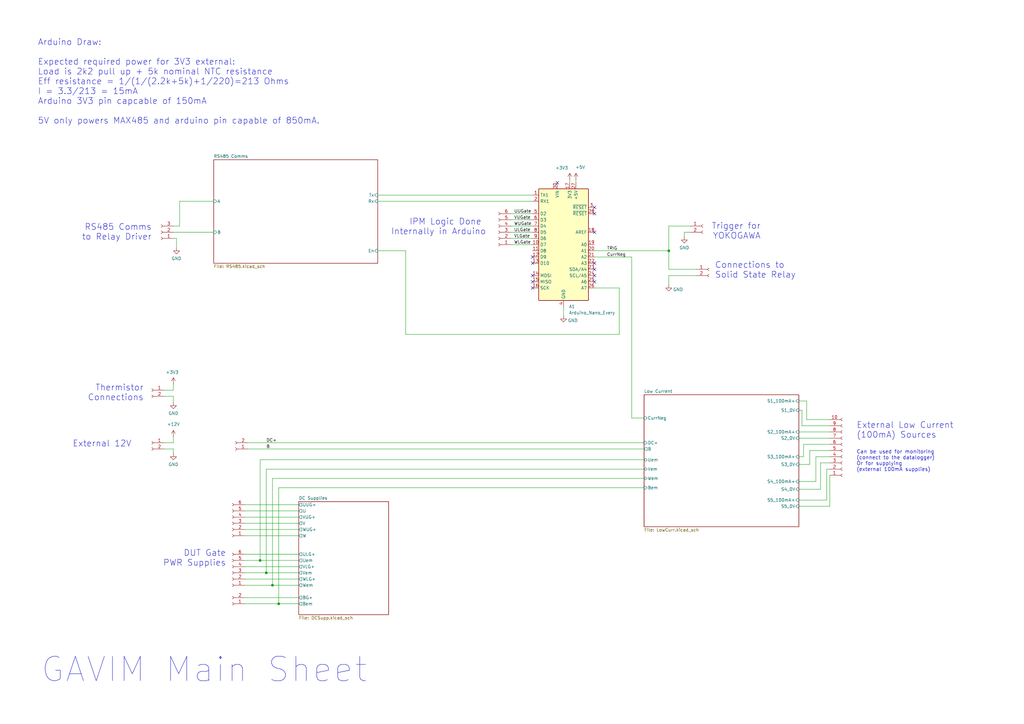
<source format=kicad_sch>
(kicad_sch (version 20231120) (generator "eeschema") (generator_version "8.0")
  (paper "A3")
  (title_block (title "GAVIM V4 TEST 137") (date "2024-06-25") (rev "00.00") (company "Nidec Drives"))
  (lib_symbols
    (symbol "Connector:Conn_01x02_Socket" (pin_names (offset 1.016) hide)
      (property "Reference" "J" (at 0 2.54 0))
      (property "Value" "Conn_01x02_Socket" (at 0 -5.08 0))
      (symbol "Conn_01x02_Socket_1_1"
        (arc (start 0 -2.032) (mid -0.5058 -2.54) (end 0 -3.048) (stroke (width 0.1524)))
        (polyline (pts (xy -1.27 -2.54) (xy -0.508 -2.54)) (stroke (width 0.1524)))
        (polyline (pts (xy -1.27 0) (xy -0.508 0)) (stroke (width 0.1524)))
        (arc (start 0 0.508) (mid -0.5058 0) (end 0 -0.508) (stroke (width 0.1524)))
        (pin passive line (at -5.08 0 0) (length 3.81) (name "Pin_1") (number "1"))
        (pin passive line (at -5.08 -2.54 0) (length 3.81) (name "Pin_2") (number "2"))
      )
    )
    (symbol "Connector:Conn_01x03_Socket" (pin_names (offset 1.016) hide)
      (property "Reference" "J" (at 0 5.08 0))
      (property "Value" "Conn_01x03_Socket" (at 0 -5.08 0))
      (symbol "Conn_01x03_Socket_1_1"
        (arc (start 0 -2.032) (mid -0.5058 -2.54) (end 0 -3.048) (stroke (width 0.1524)))
        (polyline (pts (xy -1.27 -2.54) (xy -0.508 -2.54)) (stroke (width 0.1524)))
        (polyline (pts (xy -1.27 0) (xy -0.508 0)) (stroke (width 0.1524)))
        (polyline (pts (xy -1.27 2.54) (xy -0.508 2.54)) (stroke (width 0.1524)))
        (arc (start 0 0.508) (mid -0.5058 0) (end 0 -0.508) (stroke (width 0.1524)))
        (arc (start 0 3.048) (mid -0.5058 2.54) (end 0 2.032) (stroke (width 0.1524)))
        (pin passive line (at -5.08 2.54 0) (length 3.81) (name "Pin_1") (number "1"))
        (pin passive line (at -5.08 0 0) (length 3.81) (name "Pin_2") (number "2"))
        (pin passive line (at -5.08 -2.54 0) (length 3.81) (name "Pin_3") (number "3"))
      )
    )
    (symbol "Connector:Conn_01x06_Socket" (pin_names (offset 1.016) hide)
      (property "Reference" "J" (at 0 7.62 0))
      (property "Value" "Conn_01x06_Socket" (at 0 -10.16 0))
      (symbol "Conn_01x06_Socket_1_1"
        (arc (start 0 -7.112) (mid -0.5058 -7.62) (end 0 -8.128) (stroke (width 0.1524)))
        (arc (start 0 -4.572) (mid -0.5058 -5.08) (end 0 -5.588) (stroke (width 0.1524)))
        (arc (start 0 -2.032) (mid -0.5058 -2.54) (end 0 -3.048) (stroke (width 0.1524)))
        (polyline (pts (xy -1.27 -7.62) (xy -0.508 -7.62)) (stroke (width 0.1524)))
        (polyline (pts (xy -1.27 -5.08) (xy -0.508 -5.08)) (stroke (width 0.1524)))
        (polyline (pts (xy -1.27 -2.54) (xy -0.508 -2.54)) (stroke (width 0.1524)))
        (polyline (pts (xy -1.27 0) (xy -0.508 0)) (stroke (width 0.1524)))
        (polyline (pts (xy -1.27 2.54) (xy -0.508 2.54)) (stroke (width 0.1524)))
        (polyline (pts (xy -1.27 5.08) (xy -0.508 5.08)) (stroke (width 0.1524)))
        (arc (start 0 0.508) (mid -0.5058 0) (end 0 -0.508) (stroke (width 0.1524)))
        (arc (start 0 3.048) (mid -0.5058 2.54) (end 0 2.032) (stroke (width 0.1524)))
        (arc (start 0 5.588) (mid -0.5058 5.08) (end 0 4.572) (stroke (width 0.1524)))
        (pin passive line (at -5.08 5.08 0) (length 3.81) (name "Pin_1") (number "1"))
        (pin passive line (at -5.08 2.54 0) (length 3.81) (name "Pin_2") (number "2"))
        (pin passive line (at -5.08 0 0) (length 3.81) (name "Pin_3") (number "3"))
        (pin passive line (at -5.08 -2.54 0) (length 3.81) (name "Pin_4") (number "4"))
        (pin passive line (at -5.08 -5.08 0) (length 3.81) (name "Pin_5") (number "5"))
        (pin passive line (at -5.08 -7.62 0) (length 3.81) (name "Pin_6") (number "6"))
      )
    )
    (symbol "Connector:Conn_01x10_Socket" (pin_names (offset 1.016) hide)
      (property "Reference" "J" (at 0 12.7 0))
      (property "Value" "Conn_01x10_Socket" (at 0 -15.24 0))
      (symbol "Conn_01x10_Socket_1_1"
        (arc (start 0 -12.192) (mid -0.5058 -12.7) (end 0 -13.208) (stroke (width 0.1524)))
        (arc (start 0 -9.652) (mid -0.5058 -10.16) (end 0 -10.668) (stroke (width 0.1524)))
        (arc (start 0 -7.112) (mid -0.5058 -7.62) (end 0 -8.128) (stroke (width 0.1524)))
        (arc (start 0 -4.572) (mid -0.5058 -5.08) (end 0 -5.588) (stroke (width 0.1524)))
        (arc (start 0 -2.032) (mid -0.5058 -2.54) (end 0 -3.048) (stroke (width 0.1524)))
        (polyline (pts (xy -1.27 -12.7) (xy -0.508 -12.7)) (stroke (width 0.1524)))
        (polyline (pts (xy -1.27 -10.16) (xy -0.508 -10.16)) (stroke (width 0.1524)))
        (polyline (pts (xy -1.27 -7.62) (xy -0.508 -7.62)) (stroke (width 0.1524)))
        (polyline (pts (xy -1.27 -5.08) (xy -0.508 -5.08)) (stroke (width 0.1524)))
        (polyline (pts (xy -1.27 -2.54) (xy -0.508 -2.54)) (stroke (width 0.1524)))
        (polyline (pts (xy -1.27 0) (xy -0.508 0)) (stroke (width 0.1524)))
        (polyline (pts (xy -1.27 2.54) (xy -0.508 2.54)) (stroke (width 0.1524)))
        (polyline (pts (xy -1.27 5.08) (xy -0.508 5.08)) (stroke (width 0.1524)))
        (polyline (pts (xy -1.27 7.62) (xy -0.508 7.62)) (stroke (width 0.1524)))
        (polyline (pts (xy -1.27 10.16) (xy -0.508 10.16)) (stroke (width 0.1524)))
        (arc (start 0 0.508) (mid -0.5058 0) (end 0 -0.508) (stroke (width 0.1524)))
        (arc (start 0 3.048) (mid -0.5058 2.54) (end 0 2.032) (stroke (width 0.1524)))
        (arc (start 0 5.588) (mid -0.5058 5.08) (end 0 4.572) (stroke (width 0.1524)))
        (arc (start 0 8.128) (mid -0.5058 7.62) (end 0 7.112) (stroke (width 0.1524)))
        (arc (start 0 10.668) (mid -0.5058 10.16) (end 0 9.652) (stroke (width 0.1524)))
        (pin passive line (at -5.08 10.16 0) (length 3.81) (name "Pin_1") (number "1"))
        (pin passive line (at -5.08 -12.7 0) (length 3.81) (name "Pin_10") (number "10"))
        (pin passive line (at -5.08 7.62 0) (length 3.81) (name "Pin_2") (number "2"))
        (pin passive line (at -5.08 5.08 0) (length 3.81) (name "Pin_3") (number "3"))
        (pin passive line (at -5.08 2.54 0) (length 3.81) (name "Pin_4") (number "4"))
        (pin passive line (at -5.08 0 0) (length 3.81) (name "Pin_5") (number "5"))
        (pin passive line (at -5.08 -2.54 0) (length 3.81) (name "Pin_6") (number "6"))
        (pin passive line (at -5.08 -5.08 0) (length 3.81) (name "Pin_7") (number "7"))
        (pin passive line (at -5.08 -7.62 0) (length 3.81) (name "Pin_8") (number "8"))
        (pin passive line (at -5.08 -10.16 0) (length 3.81) (name "Pin_9") (number "9"))
      )
    )
    (symbol "MCU_Module:Arduino_Nano_Every"
      (property "Reference" "A" (at -10.16 23.495 0))
      (property "Value" "Arduino_Nano_Every" (at 5.08 -24.13 0))
      (symbol "Arduino_Nano_Every_0_1"
        (rectangle (start -10.16 22.86) (end 10.16 -22.86) (stroke (width 0.254)) (fill (type background)))
      )
      (symbol "Arduino_Nano_Every_1_1"
        (pin bidirectional line (at -12.7 20.32 0) (length 2.54) (name "TX1") (number "1"))
        (pin bidirectional line (at -12.7 0 0) (length 2.54) (name "D7") (number "10"))
        (pin bidirectional line (at -12.7 -2.54 0) (length 2.54) (name "D8") (number "11"))
        (pin bidirectional line (at -12.7 -5.08 0) (length 2.54) (name "D9") (number "12"))
        (pin bidirectional line (at -12.7 -7.62 0) (length 2.54) (name "D10") (number "13"))
        (pin bidirectional line (at -12.7 -12.7 0) (length 2.54) (name "MOSI") (number "14"))
        (pin bidirectional line (at -12.7 -15.24 0) (length 2.54) (name "MISO") (number "15"))
        (pin bidirectional line (at -12.7 -17.78 0) (length 2.54) (name "SCK") (number "16"))
        (pin power_out line (at 2.54 25.4 270) (length 2.54) (name "3V3") (number "17"))
        (pin input line (at 12.7 5.08 180) (length 2.54) (name "AREF") (number "18"))
        (pin bidirectional line (at 12.7 0 180) (length 2.54) (name "A0") (number "19"))
        (pin bidirectional line (at -12.7 17.78 0) (length 2.54) (name "RX1") (number "2"))
        (pin bidirectional line (at 12.7 -2.54 180) (length 2.54) (name "A1") (number "20"))
        (pin bidirectional line (at 12.7 -5.08 180) (length 2.54) (name "A2") (number "21"))
        (pin bidirectional line (at 12.7 -7.62 180) (length 2.54) (name "A3") (number "22"))
        (pin bidirectional line (at 12.7 -10.16 180) (length 2.54) (name "SDA/A4") (number "23"))
        (pin bidirectional line (at 12.7 -12.7 180) (length 2.54) (name "SCL/A5") (number "24"))
        (pin bidirectional line (at 12.7 -15.24 180) (length 2.54) (name "A6") (number "25"))
        (pin bidirectional line (at 12.7 -17.78 180) (length 2.54) (name "A7") (number "26"))
        (pin power_out line (at 5.08 25.4 270) (length 2.54) (name "+5V") (number "27"))
        (pin input line (at 12.7 12.7 180) (length 2.54) (name "~{RESET}") (number "28"))
        (pin passive line (at 0 -25.4 90) (length 2.54) hide (name "GND") (number "29"))
        (pin input line (at 12.7 15.24 180) (length 2.54) (name "~{RESET}") (number "3"))
        (pin power_in line (at -2.54 25.4 270) (length 2.54) (name "VIN") (number "30"))
        (pin power_in line (at 0 -25.4 90) (length 2.54) (name "GND") (number "4"))
        (pin bidirectional line (at -12.7 12.7 0) (length 2.54) (name "D2") (number "5"))
        (pin bidirectional line (at -12.7 10.16 0) (length 2.54) (name "D3") (number "6"))
        (pin bidirectional line (at -12.7 7.62 0) (length 2.54) (name "D4") (number "7"))
        (pin bidirectional line (at -12.7 5.08 0) (length 2.54) (name "D5") (number "8"))
        (pin bidirectional line (at -12.7 2.54 0) (length 2.54) (name "D6") (number "9"))
      )
    )
    (symbol "power:+12V" (power) (pin_numbers hide) (pin_names (offset 0) hide)
      (property "Value" "+12V" (at 0 3.556 0))
      (symbol "+12V_0_1"
        (polyline (pts (xy -0.762 1.27) (xy 0 2.54)))
        (polyline (pts (xy 0 0) (xy 0 2.54)))
        (polyline (pts (xy 0 2.54) (xy 0.762 1.27)))
      )
      (symbol "+12V_1_1"
        (pin power_in line (at 0 0 90) (length 0) (name "~") (number "1"))
      )
    )
    (symbol "power:+3V3" (power) (pin_numbers hide) (pin_names (offset 0) hide)
      (property "Value" "+3V3" (at 0 3.556 0))
      (symbol "+3V3_0_1"
        (polyline (pts (xy -0.762 1.27) (xy 0 2.54)))
        (polyline (pts (xy 0 0) (xy 0 2.54)))
        (polyline (pts (xy 0 2.54) (xy 0.762 1.27)))
      )
      (symbol "+3V3_1_1"
        (pin power_in line (at 0 0 90) (length 0) (name "~") (number "1"))
      )
    )
    (symbol "power:+5V" (power) (pin_numbers hide) (pin_names (offset 0) hide)
      (property "Value" "+5V" (at 0 3.556 0))
      (symbol "+5V_0_1"
        (polyline (pts (xy -0.762 1.27) (xy 0 2.54)))
        (polyline (pts (xy 0 0) (xy 0 2.54)))
        (polyline (pts (xy 0 2.54) (xy 0.762 1.27)))
      )
      (symbol "+5V_1_1"
        (pin power_in line (at 0 0 90) (length 0) (name "~") (number "1"))
      )
    )
    (symbol "power:GND" (power) (pin_names (offset 0))
      (property "Value" "GND" (at 0 -3.81 0))
      (symbol "GND_0_1"
        (polyline (pts (xy 0 0) (xy 0 -1.27) (xy 1.27 -1.27) (xy 0 -2.54) (xy -1.27 -1.27) (xy 0 -1.27)))
      )
      (symbol "GND_1_1"
        (pin power_in line (at 0 0 270) (length 0) hide (name "GND") (number "1"))
      )
    )
  )
  (junction (at 114.3 247.65))
  (junction (at 109.22 234.95))
  (junction (at 111.76 240.03))
  (junction (at 274.32 102.87))
  (junction (at 106.68 229.87))
  (no_connect (at 218.44 115.57))
  (no_connect (at 243.84 113.03))
  (no_connect (at 243.84 110.49))
  (no_connect (at 218.44 113.03))
  (no_connect (at 243.84 95.25))
  (no_connect (at 218.44 118.11))
  (no_connect (at 243.84 87.63))
  (no_connect (at 243.84 107.95))
  (no_connect (at 243.84 115.57))
  (no_connect (at 243.84 85.09))
  (no_connect (at 218.44 107.95))
  (no_connect (at 218.44 105.41))
  (no_connect (at 228.6 74.93))
  (wire (pts (xy 231.14 125.73) (xy 231.14 129.54)))
  (wire (pts (xy 111.76 196.215) (xy 111.76 240.03)))
  (wire (pts (xy 111.76 240.03) (xy 122.555 240.03)))
  (wire (pts (xy 332.105 190.5) (xy 327.66 190.5)))
  (wire (pts (xy 71.12 165.1) (xy 71.12 162.56)))
  (wire (pts (xy 100.33 237.49) (xy 122.555 237.49)))
  (wire (pts (xy 72.39 101.6) (xy 72.39 97.79)))
  (wire (pts (xy 71.12 184.15) (xy 67.31 184.15)))
  (wire (pts (xy 327.66 187.325) (xy 329.565 187.325)))
  (wire (pts (xy 340.36 189.865) (xy 336.55 189.865)))
  (wire (pts (xy 264.16 196.215) (xy 111.76 196.215)))
  (wire (pts (xy 100.33 207.01) (xy 122.555 207.01)))
  (wire (pts (xy 209.55 90.17) (xy 218.44 90.17)))
  (wire (pts (xy 73.66 92.71) (xy 71.12 92.71)))
  (wire (pts (xy 101.6 181.61) (xy 264.16 181.61)))
  (wire (pts (xy 114.3 247.65) (xy 122.555 247.65)))
  (wire (pts (xy 100.33 219.71) (xy 122.555 219.71)))
  (wire (pts (xy 328.93 174.625) (xy 340.36 174.625)))
  (wire (pts (xy 209.55 92.71) (xy 218.44 92.71)))
  (wire (pts (xy 259.08 171.45) (xy 264.16 171.45)))
  (wire (pts (xy 340.36 194.945) (xy 340.36 207.645)))
  (wire (pts (xy 71.12 95.25) (xy 87.63 95.25)))
  (wire (pts (xy 340.36 184.785) (xy 332.105 184.785)))
  (wire (pts (xy 71.12 179.07) (xy 71.12 181.61)))
  (wire (pts (xy 330.835 164.465) (xy 327.66 164.465)))
  (wire (pts (xy 209.55 100.33) (xy 218.44 100.33)))
  (wire (pts (xy 327.66 177.165) (xy 340.36 177.165)))
  (wire (pts (xy 100.33 229.87) (xy 106.68 229.87)))
  (wire (pts (xy 236.22 73.66) (xy 236.22 74.93)))
  (wire (pts (xy 243.84 105.41) (xy 259.08 105.41)))
  (wire (pts (xy 109.22 234.95) (xy 122.555 234.95)))
  (wire (pts (xy 329.565 182.245) (xy 340.36 182.245)))
  (wire (pts (xy 109.22 192.405) (xy 109.22 234.95)))
  (wire (pts (xy 101.6 184.15) (xy 264.16 184.15)))
  (wire (pts (xy 274.32 92.71) (xy 283.21 92.71)))
  (wire (pts (xy 67.31 181.61) (xy 71.12 181.61)))
  (wire (pts (xy 114.3 200.025) (xy 264.16 200.025)))
  (wire (pts (xy 274.32 113.03) (xy 285.75 113.03)))
  (wire (pts (xy 100.33 212.09) (xy 122.555 212.09)))
  (wire (pts (xy 67.31 160.02) (xy 71.12 160.02)))
  (wire (pts (xy 340.36 172.085) (xy 330.835 172.085)))
  (wire (pts (xy 280.67 97.155) (xy 280.67 95.25)))
  (wire (pts (xy 233.68 73.66) (xy 233.68 74.93)))
  (wire (pts (xy 330.835 172.085) (xy 330.835 164.465)))
  (wire (pts (xy 100.33 232.41) (xy 122.555 232.41)))
  (wire (pts (xy 334.645 187.325) (xy 334.645 197.485)))
  (wire (pts (xy 154.94 102.87) (xy 166.37 102.87)))
  (wire (pts (xy 327.66 179.705) (xy 340.36 179.705)))
  (wire (pts (xy 100.33 234.95) (xy 109.22 234.95)))
  (wire (pts (xy 71.12 157.48) (xy 71.12 160.02)))
  (wire (pts (xy 329.565 187.325) (xy 329.565 182.245)))
  (wire (pts (xy 254 137.16) (xy 166.37 137.16)))
  (wire (pts (xy 106.68 229.87) (xy 122.555 229.87)))
  (wire (pts (xy 114.3 200.025) (xy 114.3 247.65)))
  (wire (pts (xy 100.33 247.65) (xy 114.3 247.65)))
  (wire (pts (xy 332.105 184.785) (xy 332.105 190.5)))
  (wire (pts (xy 340.36 207.645) (xy 327.66 207.645)))
  (wire (pts (xy 274.32 110.49) (xy 285.75 110.49)))
  (wire (pts (xy 100.33 240.03) (xy 111.76 240.03)))
  (wire (pts (xy 100.33 214.63) (xy 122.555 214.63)))
  (wire (pts (xy 243.84 102.87) (xy 274.32 102.87)))
  (wire (pts (xy 154.94 82.55) (xy 218.44 82.55)))
  (wire (pts (xy 209.55 87.63) (xy 218.44 87.63)))
  (wire (pts (xy 254 118.11) (xy 254 137.16)))
  (wire (pts (xy 72.39 97.79) (xy 71.12 97.79)))
  (wire (pts (xy 280.67 95.25) (xy 283.21 95.25)))
  (wire (pts (xy 339.09 192.405) (xy 340.36 192.405)))
  (wire (pts (xy 259.08 105.41) (xy 259.08 171.45)))
  (wire (pts (xy 209.55 97.79) (xy 218.44 97.79)))
  (wire (pts (xy 100.33 245.11) (xy 122.555 245.11)))
  (wire (pts (xy 100.33 217.17) (xy 122.555 217.17)))
  (wire (pts (xy 87.63 82.55) (xy 73.66 82.55)))
  (wire (pts (xy 336.55 200.66) (xy 327.66 200.66)))
  (wire (pts (xy 334.645 197.485) (xy 327.66 197.485)))
  (wire (pts (xy 336.55 189.865) (xy 336.55 200.66)))
  (wire (pts (xy 340.36 187.325) (xy 334.645 187.325)))
  (wire (pts (xy 339.09 205.105) (xy 339.09 192.405)))
  (wire (pts (xy 71.12 162.56) (xy 67.31 162.56)))
  (wire (pts (xy 264.16 192.405) (xy 109.22 192.405)))
  (wire (pts (xy 274.32 92.71) (xy 274.32 102.87)))
  (wire (pts (xy 73.66 82.55) (xy 73.66 92.71)))
  (wire (pts (xy 327.66 168.275) (xy 328.93 168.275)))
  (wire (pts (xy 328.93 168.275) (xy 328.93 174.625)))
  (wire (pts (xy 106.68 188.595) (xy 106.68 229.87)))
  (wire (pts (xy 154.94 80.01) (xy 218.44 80.01)))
  (wire (pts (xy 243.84 118.11) (xy 254 118.11)))
  (wire (pts (xy 274.32 102.87) (xy 274.32 110.49)))
  (wire (pts (xy 327.66 205.105) (xy 339.09 205.105)))
  (wire (pts (xy 264.16 188.595) (xy 106.68 188.595)))
  (wire (pts (xy 100.33 227.33) (xy 122.555 227.33)))
  (wire (pts (xy 71.12 186.055) (xy 71.12 184.15)))
  (wire (pts (xy 100.33 209.55) (xy 122.555 209.55)))
  (wire (pts (xy 274.32 116.84) (xy 274.32 113.03)))
  (wire (pts (xy 166.37 137.16) (xy 166.37 102.87)))
  (wire (pts (xy 209.55 95.25) (xy 218.44 95.25)))
  (text "Can be used for monitoring \n(connect to the datalogger)\nOr for supplying\n(external 100mA supplies)" (at 351.282 193.548 0) (effects (font (size 1.5 1.5)) (justify left bottom)))
  (text "GAVIM Main Sheet" (at 16.51 280.67 0) (effects (font (size 10 10)) (justify left bottom)))
  (text "Trigger for\nYOKOGAWA" (at 312.039 98.298 0) (effects (font (size 2.5 2.5)) (justify right bottom)))
  (text "IPM Logic Done \nInternally in Arduino" (at 199.39 96.52 0) (effects (font (size 2.5 2.5)) (justify right bottom)))
  (text "External 12V" (at 53.975 183.515 0) (effects (font (size 2.5 2.5)) (justify right bottom)))
  (text "RS485 Comms\nto Relay Driver" (at 62.23 95.25 0) (effects (font (size 2.5 2.5)) (justify right)))
  (text "DUT Gate\nPWR Supplies" (at 92.71 232.41 0) (effects (font (size 2.5 2.5)) (justify right bottom)))
  (text "External Low Current \n(100mA) Sources" (at 351.282 179.959 0) (effects (font (size 2.5 2.5)) (justify left bottom)))
  (text "Arduino Draw:\n\nExpected required power for 3V3 external:\nLoad is 2k2 pull up + 5k nominal NTC resistance\nEff resistance = 1/(1/(2.2k+5k)+1/220)=213 Ohms\nI = 3.3/213 = 15mA\nArduino 3V3 pin capcable of 150mA\n\n5V only powers MAX485 and arduino pin capable of 850mA." (at 15.494 33.528 0) (effects (font (size 2.5 2.5)) (justify left)))
  (text "Connections to\nSolid State Relay" (at 293.243 114.3 0) (effects (font (size 2.5 2.5)) (justify left bottom)))
  (text "Thermistor\nConnections" (at 58.928 164.592 0) (effects (font (size 2.5 2.5)) (justify right bottom)))
  (label "DC+" (at 109.22 181.61 0))
  (label "UUGate" (at 210.82 87.63 0))
  (label "CurrNeg" (at 248.92 105.41 0))
  (label "VLGate" (at 210.82 97.79 0))
  (label "WUGate" (at 210.82 92.71 0))
  (label "B" (at 109.22 184.15 0))
  (label "ULGate" (at 210.82 95.25 0))
  (label "VUGate" (at 210.82 90.17 0))
  (label "TRIG" (at 248.92 102.87 0))
  (label "WLGate" (at 210.82 100.33 0))
  (symbol (lib_id "power:GND") (at 231.14 129.54 0) (unit 1)
    (property "Reference" "#PWR035" (effects (hide yes)))
    (property "Value" "GND" (at 234.95 131.445 0))
  )
  (symbol (lib_id "Connector:Conn_01x03_Socket") (at 66.04 95.25 180) (unit 1)
    (property "Reference" "J9" (effects (hide yes)))
    (property "Value" "Conn_01x03_Socket" (effects (hide yes)))
    (property "Footprint" "Imported Parts:B3P-VH" (effects (hide yes)))
    (property "Description" "Generic connector, single row, 01x03, script generated" (effects (hide yes)))
    (property "CT Part Number" "N/A" (effects (hide yes)))
  )
  (symbol (lib_id "power:+5V") (at 236.22 73.66 0) (unit 1)
    (property "Reference" "#PWR01" (effects (hide yes)))
    (property "Value" "+5V" (at 237.998 68.58 0))
    (property "Description" "Power symbol creates a global label with name \"+5V\"" (effects (hide yes)))
  )
  (symbol (lib_id "power:+3V3") (at 233.68 73.66 0) (unit 1)
    (property "Reference" "#PWR03" (effects (hide yes)))
    (property "Value" "+3V3" (at 230.378 68.834 0))
    (property "Description" "Power symbol creates a global label with name \"+3V3\"" (effects (hide yes)))
  )
  (symbol (lib_id "Connector:Conn_01x06_Socket") (at 95.25 214.63 180) (unit 1)
    (property "Reference" "J3" (effects (hide yes)))
    (property "Value" "Conn_01x06_Socket" (effects (hide yes)))
    (property "Footprint" "Imported Parts:TB00150006BE" (effects (hide yes)))
    (property "CT Part Number" "N/A" (effects (hide yes)))
    (property "Link (Ext)" "https://www.mouser.co.uk/ProductDetail/CUI-Devices/TB001-500-06BE?qs=vLWxofP3U2x%252BpvV03%2FIHfg%3D%3D" (effects (hide yes)))
  )
  (symbol (lib_id "Connector:Conn_01x10_Socket") (at 345.44 184.785 0) (mirror x) (unit 1)
    (property "Reference" "J10" (effects (hide yes)))
    (property "Value" "Conn_01x10_Socket" (effects (hide yes)))
    (property "Footprint" "Imported Parts:SHDR10W100P0X500_1X10_5000X900X1250P" (effects (hide yes)))
    (property "Description" "Generic connector, single row, 01x10, script generated" (effects (hide yes)))
    (property "CT Part Number" "N/A" (effects (hide yes)))
    (property "Link (Ext)" "https://www.mouser.co.uk/ProductDetail/CUI-Devices/TB001-500-08BE?qs=vLWxofP3U2yEuwKNSzgFJw%3D%3D" (effects (hide yes)))
  )
  (symbol (lib_id "Connector:Conn_01x02_Socket") (at 62.23 181.61 0) (mirror y) (unit 1)
    (property "Reference" "J11" (effects (hide yes)))
    (property "Value" "Conn_01x02_Socket" (effects (hide yes)))
    (property "Footprint" "Imported Parts:CUI_TB001-500-02BE" (effects (hide yes)))
    (property "CT Part Number" "N/A" (effects (hide yes)))
    (property "Link (Ext)" "https://www.mouser.co.uk/ProductDetail/CUI-Devices/TB001-500-06BE?qs=vLWxofP3U2x%252BpvV03%2FIHfg%3D%3D" (effects (hide yes)))
  )
  (symbol (lib_id "power:+12V") (at 71.12 179.07 0) (unit 1)
    (property "Reference" "#PWR0103" (effects (hide yes)))
    (property "Value" "+12V" (at 71.12 173.99 0))
    (property "Description" "Power symbol creates a global label with name \"+12V\"" (effects (hide yes)))
  )
  (symbol (lib_id "power:GND") (at 274.32 116.84 0) (unit 1)
    (property "Reference" "#PWR010" (effects (hide yes)))
    (property "Value" "GND" (at 278.13 118.745 0))
  )
  (symbol (lib_id "Connector:Conn_01x02_Socket") (at 62.23 160.02 0) (mirror y) (unit 1)
    (property "Reference" "J6" (effects (hide yes)))
    (property "Value" "Conn_01x02_Socket" (effects (hide yes)))
    (property "Footprint" "Imported Parts:CUI_TB001-500-02BE" (effects (hide yes)))
    (property "CT Part Number" "N/A" (effects (hide yes)))
    (property "Link (Ext)" "https://www.mouser.co.uk/ProductDetail/CUI-Devices/TB001-500-06BE?qs=vLWxofP3U2x%252BpvV03%2FIHfg%3D%3D" (effects (hide yes)))
  )
  (symbol (lib_id "Connector:Conn_01x02_Socket") (at 290.83 110.49 0) (unit 1)
    (property "Reference" "J8" (effects (hide yes)))
    (property "Value" "Conn_01x02_Socket" (effects (hide yes)))
    (property "Footprint" "Imported Parts:JST_VH_B2P-VH_1x02_P3.96mm_Vertical" (effects (hide yes)))
    (property "CT Part Number" "N/A" (effects (hide yes)))
  )
  (symbol (lib_id "Connector:Conn_01x02_Socket") (at 288.29 92.71 0) (unit 1)
    (property "Reference" "J7" (effects (hide yes)))
    (property "Value" "Conn_01x02_Socket" (effects (hide yes)))
    (property "Footprint" "Imported Parts:CUI_TB001-500-02BE" (effects (hide yes)))
    (property "CT Part Number" "N/A" (effects (hide yes)))
    (property "Link (Ext)" "https://www.mouser.co.uk/ProductDetail/CUI-Devices/TB001-500-06BE?qs=vLWxofP3U2x%252BpvV03%2FIHfg%3D%3D" (effects (hide yes)))
  )
  (symbol (lib_id "Connector:Conn_01x02_Socket") (at 95.25 247.65 180) (unit 1)
    (property "Reference" "J5" (effects (hide yes)))
    (property "Value" "Conn_01x02_Socket" (effects (hide yes)))
    (property "Footprint" "Imported Parts:CUI_TB001-500-02BE" (effects (hide yes)))
    (property "CT Part Number" "N/A" (effects (hide yes)))
    (property "Link (Ext)" "https://www.mouser.co.uk/ProductDetail/CUI-Devices/TB001-500-06BE?qs=vLWxofP3U2x%252BpvV03%2FIHfg%3D%3D" (effects (hide yes)))
  )
  (symbol (lib_id "Connector:Conn_01x06_Socket") (at 204.47 95.25 180) (unit 1)
    (property "Reference" "J1" (effects (hide yes)))
    (property "Value" "Conn_01x06_Socket" (effects (hide yes)))
    (property "Footprint" "Imported Parts:TB00150006BE" (effects (hide yes)))
    (property "CT Part Number" "N/A" (effects (hide yes)))
    (property "Link (Ext)" "https://www.mouser.co.uk/ProductDetail/CUI-Devices/TB001-500-06BE?qs=vLWxofP3U2x%252BpvV03%2FIHfg%3D%3D" (effects (hide yes)))
  )
  (symbol (lib_id "Connector:Conn_01x06_Socket") (at 95.25 234.95 180) (unit 1)
    (property "Reference" "J4" (effects (hide yes)))
    (property "Value" "Conn_01x06_Socket" (effects (hide yes)))
    (property "Footprint" "Imported Parts:TB00150006BE" (effects (hide yes)))
    (property "CT Part Number" "N/A" (effects (hide yes)))
    (property "Link (Ext)" "https://www.mouser.co.uk/ProductDetail/CUI-Devices/TB001-500-06BE?qs=vLWxofP3U2x%252BpvV03%2FIHfg%3D%3D" (effects (hide yes)))
  )
  (symbol (lib_id "power:GND") (at 72.39 101.6 0) (unit 1)
    (property "Reference" "#PWR02" (effects (hide yes)))
    (property "Value" "GND" (at 72.39 106.045 0))
  )
  (symbol (lib_id "power:+3V3") (at 71.12 157.48 0) (unit 1)
    (property "Reference" "#PWR028" (effects (hide yes)))
    (property "Value" "+3V3" (at 70.612 152.654 0))
    (property "Description" "Power symbol creates a global label with name \"+3V3\"" (effects (hide yes)))
  )
  (symbol (lib_id "MCU_Module:Arduino_Nano_Every") (at 231.14 100.33 0) (unit 1)
    (property "Reference" "A1" (at 233.3341 125.73 0) (effects (justify left)))
    (property "Value" "Arduino_Nano_Every" (at 233.3341 128.27 0) (effects (justify left)))
    (property "Footprint" "Imported Parts:Arduino_Nano" (effects (hide yes)))
    (property "Datasheet" "https://content.arduino.cc/assets/NANOEveryV3.0_sch.pdf" (effects (hide yes)))
    (property "CT Part Number" "N/A" (effects (hide yes)))
  )
  (symbol (lib_id "power:GND") (at 280.67 97.155 0) (unit 1)
    (property "Reference" "#PWR0141" (effects (hide yes)))
    (property "Value" "GND" (at 280.67 101.6 0))
  )
  (symbol (lib_id "Connector:Conn_01x02_Socket") (at 96.52 184.15 180) (unit 1)
    (property "Reference" "J2" (effects (hide yes)))
    (property "Value" "Conn_01x02_Socket" (effects (hide yes)))
    (property "Footprint" "Imported Parts:CUI_TB001-500-02BE" (effects (hide yes)))
    (property "CT Part Number" "N/A" (effects (hide yes)))
    (property "Link (Ext)" "https://www.mouser.co.uk/ProductDetail/CUI-Devices/TB001-500-06BE?qs=vLWxofP3U2x%252BpvV03%2FIHfg%3D%3D" (effects (hide yes)))
  )
  (symbol (lib_id "power:GND") (at 71.12 165.1 0) (unit 1)
    (property "Reference" "#PWR027" (effects (hide yes)))
    (property "Value" "GND" (at 71.12 169.545 0))
  )
  (symbol (lib_id "power:GND") (at 71.12 186.055 0) (unit 1)
    (property "Reference" "#PWR0136" (effects (hide yes)))
    (property "Value" "GND" (at 71.12 190.5 0))
  )
  (sheet (at 264.16 161.925) (size 63.5 54.102) (stroke (width 0.1524))
    (property "Sheetname" "Low Current" (at 264.16 161.2134 0) (effects (justify left bottom)))
    (property "Sheetfile" "LowCurr.kicad_sch" (at 264.16 216.6116 0) (effects (justify left top)))
    (pin "CurrNeg" input (at 264.16 171.45 180))
    (pin "S1_100mA+" input (at 327.66 164.465 0))
    (pin "DC+" input (at 264.16 181.61 180))
    (pin "S2_100mA+" input (at 327.66 177.165 0))
    (pin "S3_100mA+" input (at 327.66 187.325 0))
    (pin "S3_0V" input (at 327.66 190.5 0))
    (pin "S4_0V" input (at 327.66 200.66 0))
    (pin "S1_0V" input (at 327.66 168.275 0))
    (pin "B" output (at 264.16 184.15 180))
    (pin "S2_0V" input (at 327.66 179.705 0))
    (pin "S4_100mA+" input (at 327.66 197.485 0))
    (pin "Uem" bidirectional (at 264.16 188.595 180))
    (pin "Vem" bidirectional (at 264.16 192.405 180))
    (pin "Wem" bidirectional (at 264.16 196.215 180))
    (pin "Bem" input (at 264.16 200.025 180))
    (pin "S5_100mA+" input (at 327.66 205.105 0))
    (pin "S5_0V" input (at 327.66 207.645 0))
  )
  (sheet (at 122.555 205.74) (size 36.83 46.355) (stroke (width 0.1524))
    (property "Sheetname" "DC Supplies" (at 122.555 205.0284 0) (effects (justify left bottom)))
    (property "Sheetfile" "DCSupp.kicad_sch" (at 122.555 252.6796 0) (effects (justify left top)))
    (pin "WLG+" output (at 122.555 237.49 180))
    (pin "VUG+" output (at 122.555 212.09 180))
    (pin "WUG+" output (at 122.555 217.17 180))
    (pin "ULG+" output (at 122.555 227.33 180))
    (pin "VLG+" output (at 122.555 232.41 180))
    (pin "UUG+" output (at 122.555 207.01 180))
    (pin "U" output (at 122.555 209.55 180))
    (pin "Uem" output (at 122.555 229.87 180))
    (pin "Vem" output (at 122.555 234.95 180))
    (pin "V" output (at 122.555 214.63 180))
    (pin "W" output (at 122.555 219.71 180))
    (pin "Wem" output (at 122.555 240.03 180))
    (pin "BG+" output (at 122.555 245.11 180))
    (pin "Bem" output (at 122.555 247.65 180))
  )
  (sheet (at 87.63 65.532) (size 67.31 42.418) (stroke (width 0.1524))
    (property "Sheetname" "RS485 Comms" (at 87.63 64.8204 0) (effects (justify left bottom)))
    (property "Sheetfile" "RS485.kicad_sch" (at 87.63 108.5346 0) (effects (justify left top)))
    (pin "Rx" input (at 154.94 82.55 0))
    (pin "Tx" input (at 154.94 80.01 0))
    (pin "En" input (at 154.94 102.87 0))
    (pin "A" input (at 87.63 82.55 180))
    (pin "B" input (at 87.63 95.25 180))
  )
)
</source>
